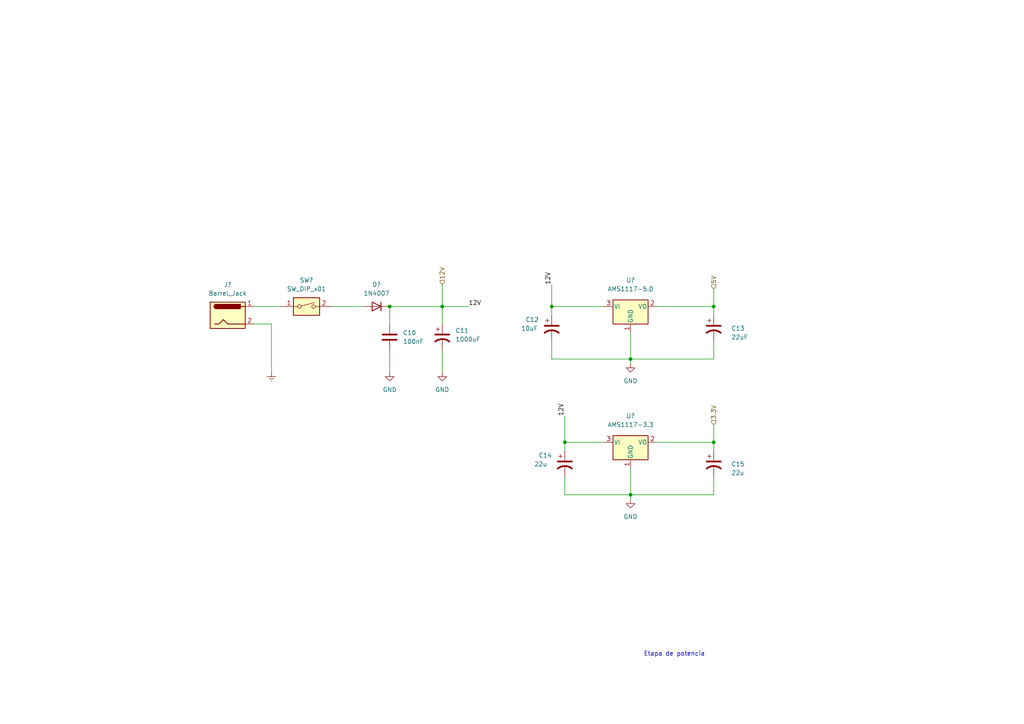
<source format=kicad_sch>
(kicad_sch (version 20211123) (generator eeschema)
  (paper "A4")
  (lib_symbols
    (symbol "Connector:Barrel_Jack" (pin_names (offset 1.016))
      (property "Reference" "J" (at 0 5.334 0))
      (property "Value" "Barrel_Jack" (at 0 -5.08 0))
      (symbol "Barrel_Jack_0_1"
        (rectangle (start -5.08 3.81) (end 5.08 -3.81) (stroke (width 0.254)) (fill (type background)))
        (arc (start -3.302 3.175) (mid -3.937 2.54) (end -3.302 1.905) (stroke (width 0.254)))
        (arc (start -3.302 3.175) (mid -3.937 2.54) (end -3.302 1.905) (stroke (width 0.254)) (fill (type outline)))
        (polyline (pts (xy 5.08 2.54) (xy 3.81 2.54)) (stroke (width 0.254)))
        (polyline (pts (xy -3.81 -2.54) (xy -2.54 -2.54) (xy -1.27 -1.27) (xy 0 -2.54) (xy 2.54 -2.54) (xy 5.08 -2.54)) (stroke (width 0.254)))
        (rectangle (start 3.683 3.175) (end -3.302 1.905) (stroke (width 0.254)) (fill (type outline)))
      )
      (symbol "Barrel_Jack_1_1"
        (pin passive line (at 7.62 2.54 180) (length 2.54) (name "~") (number "1"))
        (pin passive line (at 7.62 -2.54 180) (length 2.54) (name "~") (number "2"))
      )
    )
    (symbol "Device:C" (pin_numbers hide) (pin_names (offset 0.254))
      (property "Reference" "C" (at 0.635 2.54 0))
      (property "Value" "C" (at 0.635 -2.54 0))
      (symbol "C_0_1"
        (polyline (pts (xy -2.032 -0.762) (xy 2.032 -0.762)) (stroke (width 0.508)))
        (polyline (pts (xy -2.032 0.762) (xy 2.032 0.762)) (stroke (width 0.508)))
      )
      (symbol "C_1_1"
        (pin passive line (at 0 3.81 270) (length 2.794) (name "~") (number "1"))
        (pin passive line (at 0 -3.81 90) (length 2.794) (name "~") (number "2"))
      )
    )
    (symbol "Device:C_Polarized_US" (pin_numbers hide) (pin_names (offset 0.254) hide)
      (property "Reference" "C" (at 0.635 2.54 0))
      (property "Value" "C_Polarized_US" (at 0.635 -2.54 0))
      (symbol "C_Polarized_US_0_1"
        (polyline (pts (xy -2.032 0.762) (xy 2.032 0.762)) (stroke (width 0.508)))
        (polyline (pts (xy -1.778 2.286) (xy -0.762 2.286)))
        (polyline (pts (xy -1.27 1.778) (xy -1.27 2.794)))
        (arc (start 2.032 -1.27) (mid 0 -0.5572) (end -2.032 -1.27) (stroke (width 0.508)))
      )
      (symbol "C_Polarized_US_1_1"
        (pin passive line (at 0 3.81 270) (length 2.794) (name "~") (number "1"))
        (pin passive line (at 0 -3.81 90) (length 3.302) (name "~") (number "2"))
      )
    )
    (symbol "Diode:1N4007" (pin_numbers hide) (pin_names (offset 1.016) hide)
      (property "Reference" "D" (at 0 2.54 0))
      (property "Value" "1N4007" (at 0 -2.54 0))
      (symbol "1N4007_0_1"
        (polyline (pts (xy -1.27 1.27) (xy -1.27 -1.27)) (stroke (width 0.254)))
        (polyline (pts (xy 1.27 0) (xy -1.27 0)))
        (polyline (pts (xy 1.27 1.27) (xy 1.27 -1.27) (xy -1.27 0) (xy 1.27 1.27)) (stroke (width 0.254)))
      )
      (symbol "1N4007_1_1"
        (pin passive line (at -3.81 0 0) (length 2.54) (name "K") (number "1"))
        (pin passive line (at 3.81 0 180) (length 2.54) (name "A") (number "2"))
      )
    )
    (symbol "Regulator_Linear:AMS1117-3.3" (pin_names (offset 0.254))
      (property "Reference" "U" (at -3.81 3.175 0))
      (property "Value" "AMS1117-3.3" (at 0 3.175 0))
      (symbol "AMS1117-3.3_0_1"
        (rectangle (start -5.08 -5.08) (end 5.08 1.905) (stroke (width 0.254)) (fill (type background)))
      )
      (symbol "AMS1117-3.3_1_1"
        (pin power_in line (at 0 -7.62 90) (length 2.54) (name "GND") (number "1"))
        (pin power_out line (at 7.62 0 180) (length 2.54) (name "VO") (number "2"))
        (pin power_in line (at -7.62 0 0) (length 2.54) (name "VI") (number "3"))
      )
    )
    (symbol "Regulator_Linear:AMS1117-5.0" (pin_names (offset 0.254))
      (property "Reference" "U" (at -3.81 3.175 0))
      (property "Value" "AMS1117-5.0" (at 0 3.175 0))
      (symbol "AMS1117-5.0_0_1"
        (rectangle (start -5.08 -5.08) (end 5.08 1.905) (stroke (width 0.254)) (fill (type background)))
      )
      (symbol "AMS1117-5.0_1_1"
        (pin power_in line (at 0 -7.62 90) (length 2.54) (name "GND") (number "1"))
        (pin power_out line (at 7.62 0 180) (length 2.54) (name "VO") (number "2"))
        (pin power_in line (at -7.62 0 0) (length 2.54) (name "VI") (number "3"))
      )
    )
    (symbol "Switch:SW_DIP_x01" (pin_names (offset 0) hide)
      (property "Reference" "SW" (at 0 3.81 0))
      (property "Value" "SW_DIP_x01" (at 0 -3.81 0))
      (symbol "SW_DIP_x01_0_0"
        (circle (center -2.032 0) (radius 0.508))
        (polyline (pts (xy -1.524 0.127) (xy 2.3622 1.1684)))
        (circle (center 2.032 0) (radius 0.508))
      )
      (symbol "SW_DIP_x01_0_1"
        (rectangle (start -3.81 2.54) (end 3.81 -2.54) (stroke (width 0.254)) (fill (type background)))
      )
      (symbol "SW_DIP_x01_1_1"
        (pin passive line (at -7.62 0 0) (length 5.08) (name "~") (number "1"))
        (pin passive line (at 7.62 0 180) (length 5.08) (name "~") (number "2"))
      )
    )
    (symbol "power:Earth" (power) (pin_names (offset 0))
      (symbol "Earth_0_1"
        (polyline (pts (xy -0.635 -1.905) (xy 0.635 -1.905)))
        (polyline (pts (xy -0.127 -2.54) (xy 0.127 -2.54)))
        (polyline (pts (xy 0 -1.27) (xy 0 0)))
        (polyline (pts (xy 1.27 -1.27) (xy -1.27 -1.27)))
      )
      (symbol "Earth_1_1"
        (pin power_in line (at 0 0 270) (length 0) hide (name "Earth") (number "1"))
      )
    )
    (symbol "power:GND" (power) (pin_names (offset 0))
      (property "Value" "GND" (at 0 -3.81 0))
      (symbol "GND_0_1"
        (polyline (pts (xy 0 0) (xy 0 -1.27) (xy 1.27 -1.27) (xy 0 -2.54) (xy -1.27 -1.27) (xy 0 -1.27)))
      )
      (symbol "GND_1_1"
        (pin power_in line (at 0 0 270) (length 0) hide (name "GND") (number "1"))
      )
    )
  )
  (junction (at 113.03 88.9))
  (junction (at 160.02 88.9))
  (junction (at 207.01 128.27))
  (junction (at 128.27 88.9))
  (junction (at 163.83 128.27))
  (junction (at 207.01 88.9))
  (junction (at 182.88 143.51))
  (junction (at 182.88 104.14))
  (wire (pts (xy 182.88 104.14) (xy 207.01 104.14)))
  (wire (pts (xy 113.03 88.9) (xy 128.27 88.9)))
  (wire (pts (xy 160.02 104.14) (xy 182.88 104.14)))
  (wire (pts (xy 113.03 88.9) (xy 113.03 93.98)))
  (wire (pts (xy 163.83 128.27) (xy 163.83 130.81)))
  (wire (pts (xy 73.66 88.9) (xy 81.28 88.9)))
  (wire (pts (xy 160.02 99.06) (xy 160.02 104.14)))
  (wire (pts (xy 113.03 101.6) (xy 113.03 107.95)))
  (wire (pts (xy 182.88 104.14) (xy 182.88 105.41)))
  (wire (pts (xy 207.01 138.43) (xy 207.01 143.51)))
  (wire (pts (xy 160.02 82.55) (xy 160.02 88.9)))
  (wire (pts (xy 128.27 88.9) (xy 135.89 88.9)))
  (wire (pts (xy 78.74 93.98) (xy 78.74 107.95)))
  (wire (pts (xy 190.5 88.9) (xy 207.01 88.9)))
  (wire (pts (xy 128.27 82.55) (xy 128.27 88.9)))
  (wire (pts (xy 182.88 135.89) (xy 182.88 143.51)))
  (wire (pts (xy 163.83 138.43) (xy 163.83 143.51)))
  (wire (pts (xy 190.5 128.27) (xy 207.01 128.27)))
  (wire (pts (xy 207.01 91.44) (xy 207.01 88.9)))
  (wire (pts (xy 73.66 93.98) (xy 78.74 93.98)))
  (wire (pts (xy 207.01 130.81) (xy 207.01 128.27)))
  (wire (pts (xy 96.52 88.9) (xy 105.41 88.9)))
  (wire (pts (xy 163.83 120.65) (xy 163.83 128.27)))
  (wire (pts (xy 182.88 143.51) (xy 182.88 144.78)))
  (wire (pts (xy 160.02 88.9) (xy 160.02 91.44)))
  (wire (pts (xy 128.27 88.9) (xy 128.27 93.98)))
  (wire (pts (xy 207.01 83.82) (xy 207.01 88.9)))
  (wire (pts (xy 163.83 128.27) (xy 175.26 128.27)))
  (wire (pts (xy 207.01 99.06) (xy 207.01 104.14)))
  (wire (pts (xy 160.02 88.9) (xy 175.26 88.9)))
  (wire (pts (xy 207.01 123.19) (xy 207.01 128.27)))
  (wire (pts (xy 128.27 101.6) (xy 128.27 107.95)))
  (wire (pts (xy 163.83 143.51) (xy 182.88 143.51)))
  (wire (pts (xy 182.88 96.52) (xy 182.88 104.14)))
  (wire (pts (xy 182.88 143.51) (xy 207.01 143.51)))
  (text "Etapa de potencia" (at 186.69 190.5 0) (effects (font (size 1.27 1.27)) (justify left bottom)))
  (label "12V" (at 160.02 82.55 90))
  (label "12V" (at 163.83 120.65 90))
  (label "12V" (at 135.89 88.9 0))
  (hierarchical_label "3.3V" (shape input) (at 207.01 123.19 90))
  (hierarchical_label "12V" (shape input) (at 128.27 82.55 90))
  (hierarchical_label "5V" (shape input) (at 207.01 83.82 90))
  (symbol (lib_id "Regulator_Linear:AMS1117-5.0") (at 182.88 88.9 0) (unit 1)
    (property "Reference" "U?" (at 182.88 81.28 0))
    (property "Value" "AMS1117-5.0" (at 182.88 83.82 0))
    (property "Footprint" "Package_TO_SOT_SMD:SOT-223-3_TabPin2" (effects hide))
    (property "Datasheet" "http://www.advanced-monolithic.com/pdf/ds1117.pdf" (effects hide))
  )
  (symbol (lib_id "Device:C_Polarized_US") (at 207.01 95.25 0) (unit 1)
    (property "Reference" "C13" (at 212.09 95.25 0) (effects (justify left)))
    (property "Value" "22uF" (at 212.09 97.79 0) (effects (justify left)))
  )
  (symbol (lib_id "Device:C_Polarized_US") (at 160.02 95.25 0) (unit 1)
    (property "Reference" "C12" (at 152.4 92.71 0) (effects (justify left)))
    (property "Value" "10uF" (at 151.13 95.25 0) (effects (justify left)))
  )
  (symbol (lib_id "Connector:Barrel_Jack") (at 66.04 91.44 0) (unit 1)
    (property "Reference" "J?" (at 66.04 82.55 0))
    (property "Value" "Barrel_Jack" (at 66.04 85.09 0))
  )
  (symbol (lib_id "Diode:1N4007") (at 109.22 88.9 180) (unit 1)
    (property "Reference" "D?" (at 109.22 82.55 0))
    (property "Value" "1N4007" (at 109.22 85.09 0))
    (property "Footprint" "Diode_THT:D_DO-41_SOD81_P10.16mm_Horizontal" (effects hide))
    (property "Datasheet" "http://www.vishay.com/docs/88503/1n4001.pdf" (effects hide))
  )
  (symbol (lib_id "Device:C_Polarized_US") (at 207.01 134.62 0) (unit 1)
    (property "Reference" "C15" (at 212.09 134.62 0) (effects (justify left)))
    (property "Value" "22u" (at 212.09 137.16 0) (effects (justify left)))
  )
  (symbol (lib_id "power:GND") (at 128.27 107.95 0) (unit 1)
    (property "Reference" "#PWR?" (effects hide))
    (property "Value" "GND" (at 128.27 113.03 0))
  )
  (symbol (lib_id "Device:C_Polarized_US") (at 163.83 134.62 0) (unit 1)
    (property "Reference" "C14" (at 156.21 132.08 0) (effects (justify left)))
    (property "Value" "22u" (at 154.94 134.62 0) (effects (justify left)))
  )
  (symbol (lib_id "Device:C") (at 113.03 97.79 0) (unit 1)
    (property "Reference" "C10" (at 116.84 96.5199 0) (effects (justify left)))
    (property "Value" "100nF" (at 116.84 99.0599 0) (effects (justify left)))
  )
  (symbol (lib_id "power:GND") (at 182.88 105.41 0) (unit 1)
    (property "Reference" "#PWR?" (effects hide))
    (property "Value" "GND" (at 182.88 110.49 0))
  )
  (symbol (lib_id "Regulator_Linear:AMS1117-3.3") (at 182.88 128.27 0) (unit 1)
    (property "Reference" "U?" (at 182.88 120.65 0))
    (property "Value" "AMS1117-3.3" (at 182.88 123.19 0))
    (property "Footprint" "Package_TO_SOT_SMD:SOT-223-3_TabPin2" (effects hide))
    (property "Datasheet" "http://www.advanced-monolithic.com/pdf/ds1117.pdf" (effects hide))
  )
  (symbol (lib_id "power:Earth") (at 78.74 107.95 0) (unit 1)
    (property "Reference" "#PWR?" (effects hide))
    (property "Value" "Earth" (effects hide))
  )
  (symbol (lib_id "Device:C_Polarized_US") (at 128.27 97.79 0) (unit 1)
    (property "Reference" "C11" (at 132.08 95.8849 0) (effects (justify left)))
    (property "Value" "1000uF" (at 132.08 98.4249 0) (effects (justify left)))
  )
  (symbol (lib_id "power:GND") (at 182.88 144.78 0) (unit 1)
    (property "Reference" "#PWR?" (effects hide))
    (property "Value" "GND" (at 182.88 149.86 0))
  )
  (symbol (lib_id "power:GND") (at 113.03 107.95 0) (unit 1)
    (property "Reference" "#PWR?" (effects hide))
    (property "Value" "GND" (at 113.03 113.03 0))
  )
  (symbol (lib_id "Switch:SW_DIP_x01") (at 88.9 88.9 0) (unit 1)
    (property "Reference" "SW?" (at 88.9 81.28 0))
    (property "Value" "SW_DIP_x01" (at 88.9 83.82 0))
  )
)
</source>
